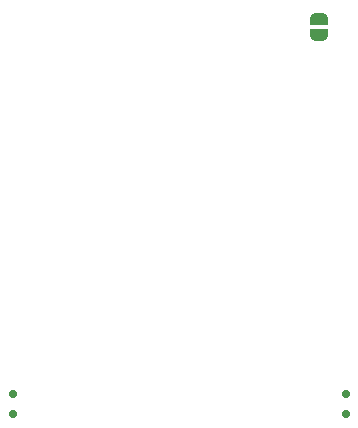
<source format=gbr>
%TF.GenerationSoftware,KiCad,Pcbnew,(6.0.6-0)*%
%TF.CreationDate,2022-11-04T12:46:31+01:00*%
%TF.ProjectId,GlowBandSmall,476c6f77-4261-46e6-9453-6d616c6c2e6b,rev?*%
%TF.SameCoordinates,Original*%
%TF.FileFunction,Soldermask,Bot*%
%TF.FilePolarity,Negative*%
%FSLAX46Y46*%
G04 Gerber Fmt 4.6, Leading zero omitted, Abs format (unit mm)*
G04 Created by KiCad (PCBNEW (6.0.6-0)) date 2022-11-04 12:46:31*
%MOMM*%
%LPD*%
G01*
G04 APERTURE LIST*
G04 Aperture macros list*
%AMFreePoly0*
4,1,22,0.500000,-0.750000,0.000000,-0.750000,0.000000,-0.745033,-0.079941,-0.743568,-0.215256,-0.701293,-0.333266,-0.622738,-0.424486,-0.514219,-0.481581,-0.384460,-0.499164,-0.250000,-0.500000,-0.250000,-0.500000,0.250000,-0.499164,0.250000,-0.499963,0.256109,-0.478152,0.396186,-0.417904,0.524511,-0.324060,0.630769,-0.204165,0.706417,-0.067858,0.745374,0.000000,0.744959,0.000000,0.750000,
0.500000,0.750000,0.500000,-0.750000,0.500000,-0.750000,$1*%
%AMFreePoly1*
4,1,20,0.000000,0.744959,0.073905,0.744508,0.209726,0.703889,0.328688,0.626782,0.421226,0.519385,0.479903,0.390333,0.500000,0.250000,0.500000,-0.250000,0.499851,-0.262216,0.476331,-0.402017,0.414519,-0.529596,0.319384,-0.634700,0.198574,-0.708877,0.061801,-0.746166,0.000000,-0.745033,0.000000,-0.750000,-0.500000,-0.750000,-0.500000,0.750000,0.000000,0.750000,0.000000,0.744959,
0.000000,0.744959,$1*%
G04 Aperture macros list end*
%ADD10C,0.700025*%
%ADD11FreePoly0,270.000000*%
%ADD12FreePoly1,270.000000*%
G04 APERTURE END LIST*
D10*
%TO.C,SW2*%
X128401368Y-96049340D03*
X128401368Y-94349314D03*
%TD*%
%TO.C,SW1*%
X100191132Y-96049086D03*
X100191132Y-94349060D03*
%TD*%
D11*
%TO.C,JP1*%
X126113600Y-62657200D03*
D12*
X126113600Y-63957200D03*
%TD*%
M02*

</source>
